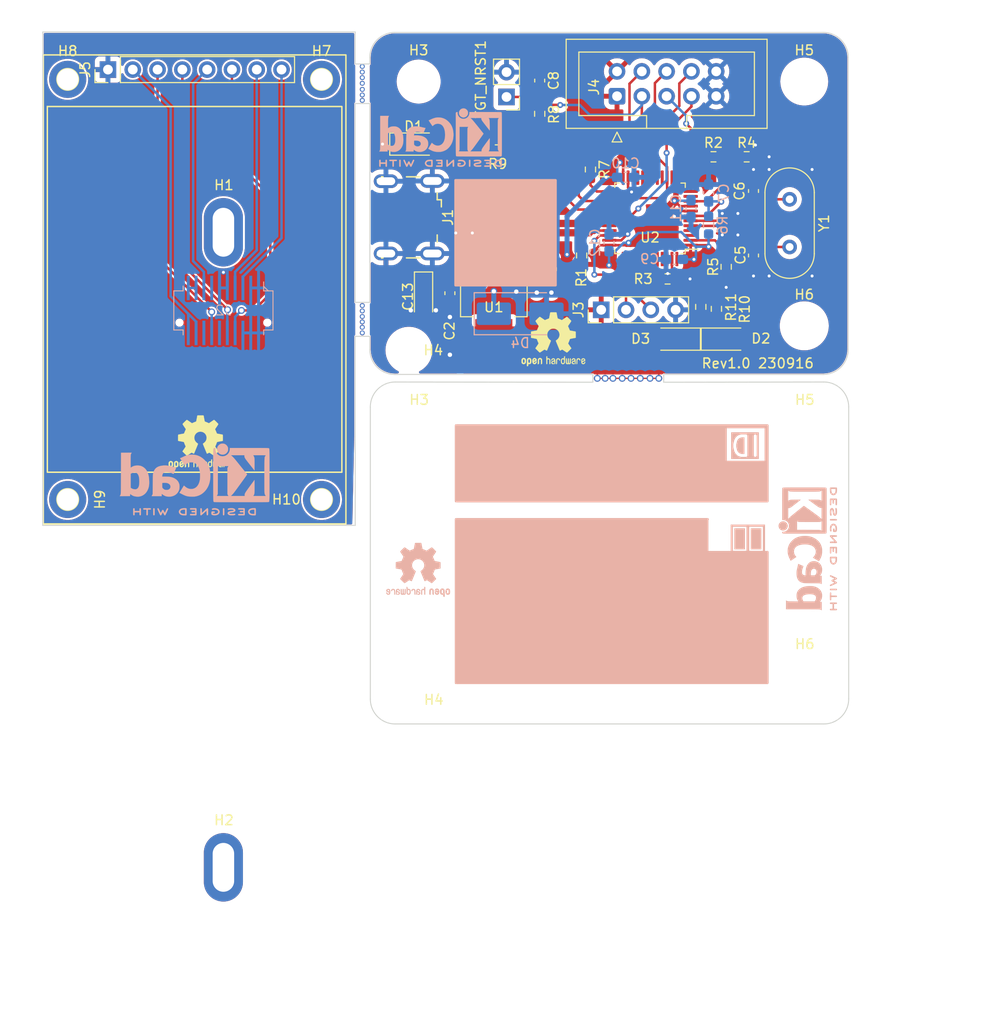
<source format=kicad_pcb>
(kicad_pcb (version 20221018) (generator pcbnew)
  (layers (0 "F.Cu" signal) (31 "B.Cu" signal) (34 "B.Paste" user) (35 "F.Paste" user) (36 "B.SilkS" user "B.Silkscreen") (37 "F.SilkS" user "F.Silkscreen") (38 "B.Mask" user) (39 "F.Mask" user) (44 "Edge.Cuts" user))
  (net 0 "")
  (net 1 "+5V")
  (net 2 "GND")
  (net 3 "VDD")
  (net 6 "/TGT_NRST")
  (net 7 "/TGT_SWDIO")
  (net 8 "/IF_NRST")
  (net 9 "/TGT_RX")
  (net 10 "/TGT_TX")
  (net 11 "/TGT_SWCLK")
  (net 12 "/LED_PWR_RED")
  (net 13 "/TGT_SWO")
  (net 14 "/USB_D-")
  (net 15 "/USB_D+")
  (net 16 "/IF_SWDIO")
  (net 17 "/IF_SWCLK")
  (net 18 "/LED_COM_GREEN")
  (net 19 "/LED_DAP_BLUE")
  (net 20 "Net-(D1-A)")
  (net 21 "Net-(D2-K)")
  (net 22 "Net-(D3-K)")
  (net 23 "Net-(U2-PD0)")
  (net 24 "Net-(U2-PD1)")
  (net 26 "Net-(U2-PA0)")
  (net 27 "Net-(U2-BOOT0)")
  (net 28 "Net-(U2-PC13)")
  (net 29 "Net-(U2-PB12)")
  (net 47 "/Tx6")
  (net 48 "/Rx6")
  (net 49 "/SDA3")
  (net 50 "/SCL3")
  (net 51 "/PC8")
  (net 52 "/MOSI2")
  (net 53 "/MISO2")
  (net 54 "/SCK2")
  (net 55 "/PB12")
  (footprint "MountingHole:MountingHole_2.2mm_M2" (layer "F.Cu") (at 109.5 26.575)
    (fp_text reference "H5")
    (fp_text value "MountingHole")
  )
  (footprint "Resistor_SMD:R_0603_1608Metric_Pad0.98x0.95mm_HandSolder" (layer "F.Cu") (at 78.1 33.575 180)
    (fp_text reference "R9")
    (fp_text value "470")
  )
  (footprint "Resistor_SMD:R_0603_1608Metric_Pad0.98x0.95mm_HandSolder" (layer "F.Cu") (at 100.5 49.8375 -90)
    (fp_text reference "R10")
    (fp_text value "1.5k")
  )
  (footprint "MountingHole:MountingHole_2.2mm_M2" (layer "F.Cu") (at 70 26.575)
    (fp_text reference "H3")
    (fp_text value "MountingHole")
  )
  (footprint "Capacitor_SMD:C_0603_1608Metric_Pad1.08x0.95mm_HandSolder" (layer "F.Cu") (at 73.2 48.2375 90)
    (fp_text reference "C2")
    (fp_text value "100nf")
  )
  (footprint "Connector_IDC:IDC-Header_2x05_P2.54mm_Vertical" (layer "F.Cu") (at 90.32 28.075 90)
    (fp_text reference "J4")
    (fp_text value "Conn_02x05_Odd_Even")
  )
  (footprint "Capacitor_SMD:C_0603_1608Metric_Pad1.08x0.95mm_HandSolder" (layer "F.Cu") (at 104.3 44.375 90)
    (fp_text reference "C5")
    (fp_text value "20pf")
  )
  (footprint "Resistor_SMD:R_0603_1608Metric_Pad0.98x0.95mm_HandSolder" (layer "F.Cu") (at 95.5 46.775 180)
    (fp_text reference "R3")
    (fp_text value "100k")
  )
  (footprint "Connector_PinHeader_2.54mm:PinHeader_1x02_P2.54mm_Vertical" (layer "F.Cu") (at 79 28.15 180)
    (fp_text reference "TGT_NRST1")
    (fp_text value "Conn_01x02_Pin")
  )
  (footprint "Capacitor_SMD:C_0603_1608Metric_Pad1.08x0.95mm_HandSolder" (layer "F.Cu") (at 82.4 26.475 -90)
    (fp_text reference "C8")
    (fp_text value "100nf")
  )
  (footprint "Resistor_SMD:R_0603_1608Metric_Pad0.98x0.95mm_HandSolder" (layer "F.Cu") (at 103.6 34.275)
    (fp_text reference "R4")
    (fp_text value "4.7k")
  )
  (footprint "Package_QFP:LQFP-48_7x7mm_P0.5mm" (layer "F.Cu") (at 93.7 40.575 180)
    (fp_text reference "U2")
    (fp_text value "STM32F103CBTx")
  )
  (footprint "MountingHole:MountingHole_2.2mm_M2" (layer "F.Cu") (at 70.05 62.35)
    (fp_text reference "H3")
    (fp_text value "MountingHole")
  )
  (footprint "Crystal:Crystal_HC49-U_Vertical" (layer "F.Cu") (at 108 38.625 -90)
    (fp_text reference "Y1")
    (fp_text value "8MHz")
  )
  (footprint "Resistor_SMD:R_0603_1608Metric_Pad0.98x0.95mm_HandSolder" (layer "F.Cu") (at 100.2 34.275)
    (fp_text reference "R2")
    (fp_text value "4.7k")
  )
  (footprint "MountingHole:MountingHole_2.2mm_M2" (layer "F.Cu") (at 109.55 87.35)
    (fp_text reference "H6")
    (fp_text value "MountingHole")
  )
  (footprint "MountingHole:MountingHole_2.2mm_M2_DIN965_Pad" (layer "F.Cu") (at 60.05 26.35)
    (fp_text reference "H7")
    (fp_text value "MountingHole_Pad")
  )
  (footprint "MountingHole:MountingHole_2.2mm_M2" (layer "F.Cu") (at 69 54.075)
    (fp_text reference "H4")
    (fp_text value "MountingHole")
  )
  (footprint "MountingHole:MountingHole_2.2mm_M2_DIN965_Pad" (layer "F.Cu") (at 34.05 26.35)
    (fp_text reference "H8")
    (fp_text value "MountingHole_Pad")
  )
  (footprint "MountingHole:MountingHole_2.2mm_M2_DIN965_Pad" (layer "F.Cu") (at 34.05 69.35 90)
    (fp_text reference "H9")
    (fp_text value "MountingHole_Pad")
  )
  (footprint "Resistor_SMD:R_0603_1608Metric_Pad0.98x0.95mm_HandSolder" (layer "F.Cu") (at 82.4 29.875 90)
    (fp_text reference "R8")
    (fp_text value "10k")
  )
  (footprint "MountingHole:MountingHole_2.2mm_M2" (layer "F.Cu") (at 69.05 89.85)
    (fp_text reference "H4")
    (fp_text value "MountingHole")
  )
  (footprint "Capacitor_Tantalum_SMD:CP_EIA-3216-18_Kemet-A_Pad1.58x1.35mm_HandSolder" (layer "F.Cu") (at 70.5 48.55 -90)
    (fp_text reference "C13")
    (fp_text value "10uf")
  )
  (footprint "Resistor_SMD:R_0603_1608Metric_Pad0.98x0.95mm_HandSolder" (layer "F.Cu") (at 86.7 44.375 90)
    (fp_text reference "R1")
    (fp_text value "1.5k")
  )
  (footprint "Jimmy_Library:MountingHole_M2_2.2x5mm_pad" (layer "F.Cu") (at 50 42)
    (fp_text reference "H1")
    (fp_text value "MountingHole_Pad")
  )
  (footprint "MountingHole:MountingHole_2.2mm_M2" (layer "F.Cu") (at 109.5 51.575)
    (fp_text reference "H6")
    (fp_text value "MountingHole")
  )
  (footprint "MountingHole:MountingHole_2.2mm_M2" (layer "F.Cu") (at 109.55 62.35)
    (fp_text reference "H5")
    (fp_text value "MountingHole")
  )
  (footprint "Symbol:OSHW-Logo2_7.3x6mm_SilkScreen" (layer "F.Cu") (at 47.65 63.5)
    (fp_text reference "REF**" hide)
    (fp_text value "OSHW-Logo2_7.3x6mm_SilkScreen" hide)
  )
  (footprint "LED_SMD:LED_1206_3216Metric_Pad1.42x1.75mm_HandSolder" (layer "F.Cu") (at 101.4 52.9375)
    (fp_text reference "D2")
    (fp_text value "LED")
  )
  (footprint "Package_TO_SOT_SMD:SOT-223-3_TabPin2" (layer "F.Cu") (at 77.7 48.7375 -90)
    (fp_text reference "U1")
    (fp_text value "AMS1117-3.3")
  )
  (footprint "Symbol:OSHW-Logo2_7.3x6mm_SilkScreen" (layer "F.Cu") (at 83.8 52.95)
    (fp_text reference "REF**" hide)
    (fp_text value "OSHW-Logo2_7.3x6mm_SilkScreen" hide)
  )
  (footprint "Jimmy_Library:MountingHole_M2_2.2x5mm_pad" (layer "F.Cu") (at 50 107)
    (fp_text reference "H2")
    (fp_text value "MountingHole_Pad")
  )
  (footprint "Resistor_SMD:R_0603_1608Metric_Pad0.98x0.95mm_HandSolder" (layer "F.Cu") (at 101.5 45.5375 -90)
    (fp_text reference "R5")
    (fp_text value "10k")
  )
  (footprint "LED_SMD:LED_1206_3216Metric_Pad1.42x1.75mm_HandSolder" (layer "F.Cu") (at 96.4 52.9375 180)
    (fp_text reference "D3")
    (fp_text value "LED")
  )
  (footprint "LED_SMD:LED_1206_3216Metric_Pad1.42x1.75mm_HandSolder" (layer "F.Cu") (at 69.5 32.975)
    (fp_text reference "D1")
    (fp_text value "LED")
  )
  (footprint "Capacitor_SMD:C_0603_1608Metric_Pad1.08x0.95mm_HandSolder" (layer "F.Cu") (at 104.3 37.775 -90)
    (fp_text reference "C6")
    (fp_text value "20pf")
  )
  (footprint "MountingHole:MountingHole_2.2mm_M2_DIN965_Pad" (layer "F.Cu") (at 60.05 69.35)
    (fp_text reference "H10")
    (fp_text value "MountingHole_Pad")
  )
  (footprint "Capacitor_SMD:C_0603_1608Metric_Pad1.08x0.95mm_HandSolder" (layer "F.Cu") (at 82.1 45.775 90)
    (fp_text reference "C4")
    (fp_text value "10uf")
  )
  (footprint "Resistor_SMD:R_0603_1608Metric_Pad0.98x0.95mm_HandSolder" (layer "F.Cu") (at 87.6 35.575 -90)
    (fp_text reference "R7")
    (fp_text value "100")
  )
  (footprint "Capacitor_SMD:C_0603_1608Metric_Pad1.08x0.95mm_HandSolder" (layer "F.Cu") (at 83.6 45.775 90)
    (fp_text reference "C3")
    (fp_text value "100nf")
  )
  (footprint "Connector_PinHeader_2.54mm:PinHeader_1x04_P2.54mm_Vertical" (layer "F.Cu") (at 88.7 49.9375 90)
    (fp_text reference "J3")
    (fp_text value "Conn_01x04_Pin")
  )
  (footprint "Resistor_SMD:R_0603_1608Metric_Pad0.98x0.95mm_HandSolder" (layer "F.Cu") (at 98.9 49.6375 -90)
    (fp_text reference "R11")
    (fp_text value "470")
  )
  (footprint "Connector_PinHeader_2.54mm:PinHeader_1x08_P2.54mm_Vertical" (layer "F.Cu") (at 38.175 25.35 90)
    (fp_text reference "J5")
    (fp_text value "Conn_01x08_Pin")
  )
  (footprint "Jimmy_Library:USB_Micro-B_4TH" (layer "F.Cu") (at 69.5 40.475 -90)
    (fp_text reference "J1")
    (fp_text value "USB_B_Mini")
  )
  (footprint "Capacitor_SMD:C_0603_1608Metric_Pad1.08x0.95mm_HandSolder" (layer "B.Cu") (at 91.2 36.375 180)
    (fp_text reference "C10")
    (fp_text value "100nf")
  )
  (footprint "Capacitor_SMD:C_0603_1608Metric_Pad1.08x0.95mm_HandSolder" (layer "B.Cu") (at 99.7 37.975 -90)
    (fp_text reference "C7")
    (fp_text value "100nf")
  )
  (footprint "Capacitor_SMD:C_0603_1608Metric_Pad1.08x0.95mm_HandSolder" (layer "B.Cu") (at 89.5 43.075 -90)
    (fp_text reference "C12")
    (fp_text value "100nf")
  )
  (footprint "Diode_SMD:D_SMB_Handsoldering" (layer "B.Cu") (at 80.4 50.3375)
    (fp_text reference "D4")
    (fp_text value "SMBJ3.3A")
  )
  (footprint "Symbol:OSHW-Logo2_7.3x6mm_SilkScreen" (layer "B.Cu") (at 69.95 76.55 180)
    (fp_text reference "REF**" hide)
    (fp_text value "OSHW-Logo2_7.3x6mm_SilkScreen" hide)
  )
  (footprint "Resistor_SMD:R_0603_1608Metric_Pad0.98x0.95mm_HandSolder" (layer "B.Cu") (at 99.7 41.275 90)
    (fp_text reference "R6")
    (fp_text value "10k")
  )
  (footprint "JConnector:BTB_0.8mm_2x10pin_Male" (layer "B.Cu") (at 50 50 180)
    (fp_text reference "J2")
    (fp_text value "Conn_02x10_Counter_Clockwise")
  )
  (footprint "Symbol:KiCad-Logo2_5mm_SilkScreen" (layer "B.Cu") (at 109.85 74.4 -90)
    (fp_text reference "REF**" hide)
    (fp_text value "KiCad-Logo2_5mm_SilkScreen" hide)
  )
  (footprint "Capacitor_SMD:C_0603_1608Metric_Pad1.08x0.95mm_HandSolder" (layer "B.Cu") (at 97.9 39.575 90)
    (fp_text reference "C11")
    (fp_text value "100nf")
  )
  (footprint "Symbol:KiCad-Logo2_5mm_SilkScreen" (layer "B.Cu") (at 72.25 32.3 180)
    (fp_text reference "REF**" hide)
    (fp_text value "KiCad-Logo2_5mm_SilkScreen" hide)
  )
  (footprint "Capacitor_SMD:C_0603_1608Metric_Pad1.08x0.95mm_HandSolder" (layer "B.Cu") (at 96.2 44.775)
    (fp_text reference "C9")
    (fp_text value "100nf")
  )
  (footprint "Symbol:KiCad-Logo2_6mm_SilkScreen" (layer "B.Cu") (at 47.057486 66.604848 180)
    (fp_text reference "REF**" hide)
    (fp_text value "KiCad-Logo2_6mm_SilkScreen" hide)
  )
  (gr_circle (center 60.05 26.35) (end 61.15 26.35) (stroke (width 0.15)) (fill none) (layer "F.SilkS"))
  (gr_circle (center 34.05 26.35) (end 35.15 26.35) (stroke (width 0.15)) (fill none) (layer "F.SilkS"))
  (gr_circle (center 34.05 69.35) (end 35.15 69.35) (stroke (width 0.15)) (fill none) (layer "F.SilkS"))
  (gr_circle (center 60.05 69.35) (end 61.15 69.35) (stroke (width 0.15)) (fill none) (layer "F.SilkS"))
  (gr_rect (start 31.55 23.85) (end 62.55 71.85) (stroke (width 0.15)) (fill none) (layer "F.SilkS"))
  (gr_rect (start 31.965 29.13) (end 62.135 66.56) (stroke (width 0.15)) (fill none) (layer "F.SilkS"))
  (gr_line (start 63.5 24.775) (end 63.5 21.5) (stroke (width 0.1)) (layer "Edge.Cuts"))
  (gr_arc (start 111.424501 21.550127) (mid 113.244085 22.287885) (end 114 24.1) (stroke (width 0.1)) (layer "Edge.Cuts"))
  (gr_line (start 65 28.825) (end 65 49.175) (stroke (width 0.1)) (layer "Edge.Cuts"))
  (gr_line (start 31.5 21.5) (end 63.5 21.5) (stroke (width 0.1)) (layer "Edge.Cuts"))
  (gr_arc (start 67.575499 56.549873) (mid 65.755915 55.812115) (end 65 54) (stroke (width 0.1)) (layer "Edge.Cuts"))
  (gr_line (start 114 24.1) (end 113.999873 53.974501) (stroke (width 0.1)) (layer "Edge.Cuts"))
  (gr_line (start 63.5 49.175) (end 63.5 28.825) (stroke (width 0.1)) (layer "Edge.Cuts"))
  (gr_arc (start 111.474501 57.325127) (mid 113.294085 58.062885) (end 114.05 59.875) (stroke (width 0.1)) (layer "Edge.Cuts"))
  (gr_line (start 114.05 59.875) (end 114.049873 89.749501) (stroke (width 0.1)) (layer "Edge.Cuts"))
  (gr_line (start 31.5 72) (end 31.5 21.5) (stroke (width 0.1)) (layer "Edge.Cuts"))
  (gr_line (start 63.5 72) (end 31.5 72) (stroke (width 0.1)) (layer "Edge.Cuts"))
  (gr_arc (start 113.999873 53.974501) (mid 113.262115 55.794085) (end 111.45 56.55) (stroke (width 0.1)) (layer "Edge.Cuts"))
  (gr_line (start 111.45 56.55) (end 95.1 56.55) (stroke (width 0.1)) (layer "Edge.Cuts"))
  (gr_line (start 87.85 56.55) (end 67.575499 56.549873) (stroke (width 0.1)) (layer "Edge.Cuts"))
  (gr_line (start 63.5 49.175) (end 65 49.175) (stroke (width 0.1)) (layer "Edge.Cuts"))
  (gr_arc (start 67.625499 92.324873) (mid 65.805915 91.587115) (end 65.05 89.775) (stroke (width 0.1)) (layer "Edge.Cuts"))
  (gr_line (start 87.85 56.55) (end 87.85 57.35) (stroke (width 0.1)) (layer "Edge.Cuts"))
  (gr_arc (start 65.050127 59.900499) (mid 65.787885 58.080915) (end 67.6 57.325) (stroke (width 0.1)) (layer "Edge.Cuts"))
  (gr_line (start 63.5 72) (end 63.5 52.65) (stroke (width 0.1)) (layer "Edge.Cuts"))
  (gr_line (start 65.050127 59.900499) (end 65.05 89.775) (stroke (width 0.1)) (layer "Edge.Cuts"))
  (gr_line (start 63.5 28.825) (end 65 28.825) (stroke (width 0.1)) (layer "Edge.Cuts"))
  (gr_line (start 95.1 56.55) (end 95.1 57.35) (stroke (width 0.1)) (layer "Edge.Cuts"))
  (gr_line (start 67.55 21.55) (end 111.424501 21.550127) (stroke (width 0.1)) (layer "Edge.Cuts"))
  (gr_line (start 65 52.65) (end 65 54) (stroke (width 0.1)) (layer "Edge.Cuts"))
  (gr_arc (start 65.000127 24.125499) (mid 65.737885 22.305915) (end 67.55 21.55) (stroke (width 0.1)) (layer "Edge.Cuts"))
  (gr_arc (start 114.049873 89.749501) (mid 113.312115 91.569085) (end 111.5 92.325) (stroke (width 0.1)) (layer "Edge.Cuts"))
  (gr_line (start 111.5 92.325) (end 67.625499 92.324873) (stroke (width 0.1)) (layer "Edge.Cuts"))
  (gr_line (start 65.000127 24.125499) (end 65 24.775) (stroke (width 0.1)) (layer "Edge.Cuts"))
  (gr_line (start 63.5 24.775) (end 65 24.775) (stroke (width 0.1)) (layer "Edge.Cuts"))
  (gr_line (start 63.5 52.65) (end 65 52.65) (stroke (width 0.1)) (layer "Edge.Cuts"))
  (gr_line (start 67.6 57.325) (end 87.85 57.35) (stroke (width 0.1)) (layer "Edge.Cuts"))
  (gr_line (start 95.1 57.35) (end 111.474501 57.325127) (stroke (width 0.1)) (layer "Edge.Cuts"))
  (gr_text "备注" (at 105.4 74.45) (layer "B.SilkS" knockout) (effects (font (size 2 2)) (justify left bottom mirror)))
  (gr_text "ID" (at 105.15 65.1) (layer "B.SilkS" knockout) (effects (font (size 2 2) (thickness 0.3)) (justify left bottom mirror)))
  (gr_text "Rev1.0 230916" (at 98.9 56) (layer "F.SilkS") (effects (font (size 1 1)) (justify left bottom)))
  (via (at 64.225 50.625) (size 0.5) (drill 0.3) (layers "F.Cu" "B.Cu") (net 0))
  (via (at 64.225 25.6) (size 0.5) (drill 0.3) (layers "F.Cu" "B.Cu") (net 0))
  (via (at 64.225 26.175) (size 0.5) (drill 0.3) (layers "F.Cu" "B.Cu") (net 0))
  (via (at 64.225 27.95) (size 0.5) (drill 0.3) (layers "F.Cu" "B.Cu") (net 0))
  (via (at 64.225 49.5) (size 0.5) (drill 0.3) (layers "F.Cu" "B.Cu") (net 0))
  (via (at 64.225 25.025) (size 0.5) (drill 0.3) (layers "F.Cu" "B.Cu") (net 0))
  (via (at 64.225 51.175) (size 0.5) (drill 0.3) (layers "F.Cu" "B.Cu") (net 0))
  (via (at 64.225 28.5) (size 0.5) (drill 0.3) (layers "F.Cu" "B.Cu") (net 0))
  (via (at 64.225 27.375) (size 0.5) (drill 0.3) (layers "F.Cu" "B.Cu") (net 0))
  (via (at 64.225 51.725) (size 0.5) (drill 0.3) (layers "F.Cu" "B.Cu") (net 0))
  (via (at 64.225 26.75) (size 0.5) (drill 0.3) (layers "F.Cu" "B.Cu") (net 0))
  (via (at 64.225 52.3005) (size 0.5) (drill 0.3) (layers "F.Cu" "B.Cu") (net 0))
  (via (at 64.225 50.05) (size 0.5) (drill 0.3) (layers "F.Cu" "B.Cu") (net 0))
  (segment (start 69 39.475) (end 69 45.6125) (width 0.508) (layer "F.Cu") (net 1))
  (segment (start 73.2 47.375) (end 74.45 46.125) (width 0.508) (layer "F.Cu") (net 1))
  (segment (start 70.5 47.1125) (end 72.0125 47.1125) (width 0.508) (layer "F.Cu") (net 1))
  (segment (start 72.0125 47.1125) (end 72.275 47.375) (width 0.508) (layer "F.Cu") (net 1))
  (segment (start 69.6 38.875) (end 69 39.475) (width 0.508) (layer "F.Cu") (net 1))
  (segment (start 74.45 46.125) (end 75.4 46.125) (width 0.508) (layer "F.Cu") (net 1))
  (segment (start 72.275 47.375) (end 73.2 47.375) (width 0.508) (layer "F.Cu") (net 1))
  (segment (start 69 45.6125) (end 70.7625 47.375) (width 0.508) (layer "F.Cu") (net 1))
  (segment (start 71.4 38.875) (end 69.6 38.875) (width 0.508) (layer "F.Cu") (net 1))
  (segment (start 46.4 47.7) (end 47.2 47.7) (width 0.254) (layer "B.Cu") (net 1))
  (segment (start 92.927 37.648) (end 92.7 37.875) (width 0.254) (layer "F.Cu") (net 2))
  (segment (start 73.8 42.075) (end 75.5 42.075) (width 0.508) (layer "F.Cu") (net 2))
  (segment (start 80 48.075) (end 80 45.5875) (width 0.508) (layer "F.Cu") (net 2))
  (segment (start 91.45 36.4125) (end 91.45 37.431217) (width 0.254) (layer "F.Cu") (net 2))
  (segment (start 83.6 46.6375) (end 83.6 48.175) (width 0.508) (layer "F.Cu") (net 2))
  (segment (start 71.4 42.075) (end 73.8 42.075) (width 0.508) (layer "F.Cu") (net 2))
  (segment (start 80.75 45.5875) (end 81.8 46.6375) (width 0.508) (layer "F.Cu") (net 2))
  (segment (start 71.4 42.075) (end 71.4 44.175) (width 0.508) (layer "F.Cu") (net 2))
  (segment (start 71.7625 49.9875) (end 70.5 49.9875) (width 0.508) (layer "F.Cu") (net 2))
  (segment (start 92.927 36.4355) (end 92.927 37.648) (width 0.254) (layer "F.Cu") (net 2))
  (segment (start 104.3 45.2375) (end 104.3 46.475) (width 0.254) (layer "F.Cu") (net 2))
  (segment (start 91.4 42.175) (end 90.75 42.825) (width 0.254) (layer "F.Cu") (net 2))
  (segment (start 82.1 46.6375) (end 82.1 48.175) (width 0.508) (layer "F.Cu") (net 2))
  (segment (start 79 25.61) (end 82.3975 25.61) (width 0.254) (layer "F.Cu") (net 2))
  (segment (start 104.5125 34.275) (end 105.9 34.275) (width 0.254) (layer "F.Cu") (net 2))
  (segment (start 96.75 39.825) (end 97.8625 39.825) (width 0.254) (layer "F.Cu") (net 2))
  (segment (start 91.45 37.431217) (end 91.809503 37.79072) (width 0.254) (layer "F.Cu") (net 2))
  (segment (start 104.3 36.9125) (end 104.3 35.575) (width 0.254) (layer "F.Cu") (net 2))
  (segment (start 83.6 46.6375) (end 82.1 46.6375) (width 0.508) (layer "F.Cu") (net 2))
  (segment (start 68.0125 32.975) (end 66.3 32.975) (width 0.508) (layer "F.Cu") (net 2))
  (segment (start 104.5125 34.275) (end 104.5125 33.0875) (width 0.254) (layer "F.Cu") (net 2))
  (segment (start 90.75 42.825) (end 89.5375 42.825) (width 0.254) (layer "F.Cu") (net 2))
  (segment (start 73.2 49.1) (end 73.2 50.675) (width 0.508) (layer "F.Cu") (net 2))
  (segment (start 95.95 44.7375) (end 95.95 45.783607) (width 0.254) (layer "F.Cu") (net 2))
  (segment (start 95.95 45.783607) (end 95.509888 46.223719) (width 0.254) (layer "F.Cu") (net 2))
  (segment (start 92.7 37.875) (end 91.809503 37.875) (width 0.254) (layer "F.Cu") (net 2))
  (segment (start 96.4125 46.775) (end 97.8 46.775) (width 0.254) (layer "F.Cu") (net 2))
  (segment (start 96.2 40.375) (end 96.75 39.825) (width 0.254) (layer "F.Cu") (net 2))
  (segment (start 69.2 49.9875) (end 70.5 49.9875) (width 0.508) (layer "F.Cu") (net 2))
  (segment (start 80 45.5875) (end 80.75 45.5875) (width 0.508) (layer "F.Cu") (net 2))
  (segment (start 104.5125 33.0875) (end 104.5 33.075) (width 0.254) (layer "F.Cu") (net 2))
  (segment (start 81.8 46.6375) (end 82.1 46.6375) (width 0.508) (layer "F.Cu") (net 2))
  (segment (start 91.809503 37.79072) (end 91.809503 37.875) (width 0.254) (layer "F.Cu") (net 2))
  (segment (start 101.5 46.45) (end 101.5 47.6375) (width 0.254) (layer "F.Cu") (net 2))
  (segment (start 96.061169 46.775) (end 95.509888 46.223719) (width 0.254) (layer "F.Cu") (net 2))
  (via (at 102.7 40.075) (size 0.61) (drill 0.305) (layers "F.Cu" "B.Cu") (net 2))
  (via (at 73.8 42.075) (size 0.61) (drill 0.305) (layers "F.Cu" "B.Cu") (net 2))
  (via (at 101.1 42.275) (size 0.61) (drill 0.305) (layers "F.Cu" "B.Cu") (net 2))
  (via (at 73.2 54.5375) (size 0.7) (drill 0.45) (layers "F.Cu" "B.Cu") (net 2))
  (via (at 96.2 40.375) (size 0.61) (drill 0.305) (layers "F.Cu" "B.Cu") (net 2))
  (via (at 95.509888 46.223719) (size 0.61) (drill 0.305) (layers "F.Cu" "B.Cu") (net 2))
  (via (at 75.5 42.075) (size 0.61) (drill 0.305) (layers "F.Cu" "B.Cu") (net 2))
  (via (at 104.3 46.475) (size 0.61) (drill 0.305) (layers "F.Cu" "B.Cu") (net 2))
  (via (at 101.5 47.6375) (size 0.61) (drill 0.305) (layers "F.Cu" "B.Cu") (net 2))
  (via (at 110.3 35.575) (size 0.61) (drill 0.305) (layers "F.Cu" "B.Cu") (net 2))
  (via (at 91.4 42.175) (size 0.61) (drill 0.305) (layers "F.Cu" "B.Cu") (net 2))
  (via (at 105.9 35.575) (size 0.61) (drill 0.305) (layers "F.Cu" "B.Cu") (net 2))
  (via (at 71.7625 49.9875) (size 0.7) (drill 0.45) (layers "F.Cu" "B.Cu") (net 2))
  (via (at 110.3 46.475) (size 0.61) (drill 0.305) (layers "F.Cu" "B.Cu") (net 2))
  (via (at 69.2 49.9875) (size 0.7) (drill 0.45) (layers "F.Cu" "B.Cu") (net 2))
  (via (at 82.1 48.175) (size 0.7) (drill 0.45) (layers "F.Cu" "B.Cu") (net 2))
  (via (at 73.2 50.675) (size 0.7) (drill 0.45) (layers "F.Cu" "B.Cu") (net 2))
  (via (at 101.1 40.075) (size 0.61) (drill 0.305) (layers "F.Cu" "B.Cu") (net 2))
  (via (at 91.809503 37.875) (size 0.61) (drill 0.305) (layers "F.Cu" "B.Cu") (net 2))
  (via (at 105.9 34.275) (size 0.61) (drill 0.305) (layers "F.Cu" "B.Cu") (net 2))
  (via (at 104.5 33.075) (size 0.61) (drill 0.305) (layers "F.Cu" "B.Cu") (net 2))
  (via (at 50 46.1) (size 0.5) (drill 0.3) (layers "F.Cu" "B.Cu") (net 2))
  (via (at 80 48.075) (size 0.7) (drill 0.45) (layers "F.Cu" "B.Cu") (net 2))
  (via (at 83.6 48.175) (size 0.7) (drill 0.45) (layers "F.Cu" "B.Cu") (net 2))
  (via (at 66.3 32.975) (size 0.61) (drill 0.305) (layers "F.Cu" "B.Cu") (net 2))
  (via (at 104.3 35.575) (size 0.61) (drill 0.305) (layers "F.Cu" "B.Cu") (net 2))
  (via (at 102.7 42.275) (size 0.61) (drill 0.305) (layers "F.Cu" "B.Cu") (net 2))
  (via (at 97.8 46.775) (size 0.61) (drill 0.305) (layers "F.Cu" "B.Cu") (net 2))
  (via (at 105.9 46.475) (size 0.61) (drill 0.305) (layers "F.Cu" "B.Cu") (net 2))
  (segment (start 95.509888 46.223719) (end 95.3375 46.051331) (width 0.254) (layer "B.Cu") (net 2))
  (segment (start 96.2 40.375) (end 96.2625 40.4375) (width 0.254) (layer "B.Cu") (net 2))
  (segment (start 91.3625 42.2125) (end 89.5 42.2125) (width 0.254) (layer "B.Cu") (net 2))
  (segment (start 95.3375 46.051331) (end 95.3375 44.775) (width 0.254) (layer "B.Cu") (net 2))
  (segment (start 96.2625 40.4375) (end 97.9 40.4375) (width 0.254) (layer "B.Cu") (net 2))
  (segment (start 91.809503 37.875) (end 92.0625 37.622003) (width 0.254) (layer "B.Cu") (net 2))
  (segment (start 92.0625 37.622003) (end 92.0625 36.375) (width 0.254) (layer "B.Cu") (net 2))
  (segment (start 91.4 42.175) (end 91.3625 42.2125) (width 0.254) (layer "B.Cu") (net 2))
  (segment (start 90.95 35.2) (end 90.95 36.4125) (width 0.254) (layer "F.Cu") (net 3))
  (segment (start 96.45 44.7375) (end 98.1625 44.7375) (width 0.254) (layer "F.Cu") (net 3))
  (segment (start 77.7 45.5875) (end 77.7 48.0375) (width 0.508) (layer "F.Cu") (net 3))
  (segment (start 88.3 56.95) (end 88.3 56.1) (width 0.127) (layer "F.Cu") (net 3))
  (segment (start 90.95 36.4125) (end 89.2375 36.4125) (width 0.254) (layer "F.Cu") (net 3))
  (segment (start 97.8625 43.325) (end 97.8625 43.9125) (width 0.254) (layer "F.Cu") (net 3))
  (segment (start 97.8625 43.325) (end 95.55 43.325) (width 0.254) (layer "F.Cu") (net 3))
  (segment (start 88.55 43.325) (end 88.1 43.775) (width 0.254) (layer "F.Cu") (net 3))
  (segment (start 98.1625 44.7375) (end 98.2 44.775) (width 0.254) (layer "F.Cu") (net 3))
  (segment (start 96.75 39.325) (end 96.2 38.775) (width 0.254) (layer "F.Cu") (net 3))
  (segment (start 99.55 43.325) (end 99.7 43.475) (width 0.254) (layer "F.Cu") (net 3))
  (segment (start 97.8625 39.325) (end 96.75 39.325) (width 0.254) (layer "F.Cu") (net 3))
  (segment (start 89.5375 43.325) (end 91.25 43.325) (width 0.254) (layer "F.Cu") (net 3))
  (segment (start 97.8625 43.9125) (end 97.8 43.975) (width 0.254) (layer "F.Cu") (net 3))
  (segment (start 94.6 56.95) (end 94.6 56.2) (width 0.127) (layer "F.Cu") (net 3))
  (segment (start 89.5375 43.325) (end 88.55 43.325) (width 0.254) (layer "F.Cu") (net 3))
  (segment (start 85.1 44.375) (end 85.2 44.275) (width 0.508) (layer "F.Cu") (net 3))
  (segment (start 97.8625 43.325) (end 99.55 43.325) (width 0.254) (layer "F.Cu") (net 3))
  (segment (start 90.6125 34.8625) (end 90.95 35.2) (width 0.254) (layer "F.Cu") (net 3))
  (segment (start 89.5375 43.325) (end 89.5375 43.875) (width 0.254) (layer "F.Cu") (net 3))
  (segment (start 95.55 43.325) (end 95.5 43.275) (width 0.254) (layer "F.Cu") (net 3))
  (segment (start 91.25 43.325) (end 91.5 43.075) (width 0.254) (layer "F.Cu") (net 3))
  (segment (start 88.3 56.95) (end 94.6 56.95) (width 0.127) (layer "F.Cu") (net 3))
  (segment (start 85.1 45.675) (end 85.1 44.375) (width 0.508) (layer "F.Cu") (net 3))
  (segment (start 88.1 43.775) (end 88.1 44.275) (width 0.254) (layer "F.Cu") (net 3))
  (segment (start 89.2375 36.4125) (end 89.2 36.375) (width 0.254) (layer "F.Cu") (net 3))
  (via (at 93.7 56.95) (size 0.7) (drill 0.45) (layers "F.Cu" "B.Cu") (net 3))
  (via (at 98.2 44.775) (size 0.61) (drill 0.305) (layers "F.Cu" "B.Cu") (net 3))
  (via (at 77.7 48.0375) (size 0.7) (drill 0.45) (layers "F.Cu" "B.Cu") (net 3))
  (via (at 99.7 43.475) (size 0.61) (drill 0.305) (layers "F.Cu" "B.Cu") (net 3))
  (via (at 91.75 56.95) (size 0.7) (drill 0.45) (layers "F.Cu" "B.Cu") (net 3))
  (via (at 91.5 43.075) (size 0.61) (drill 0.305) (layers "F.Cu" "B.Cu") (net 3))
  (via (at 92.7 56.95) (size 0.7) (drill 0.45) (layers "F.Cu" "B.Cu") (net 3))
  (via (at 90.85 56.95) (size 0.7) (drill 0.45) (layers "F.Cu" "B.Cu") (net 3))
  (via (at 89.5 45.375) (size 0.61) (drill 0.305) (layers "F.Cu" "B.Cu") (net 3))
  (via (at 89.1 56.95) (size 0.7) (drill 0.45) (layers "F.Cu" "B.Cu") (net 3))
  (via (at 96.2 38.775) (size 0.61) (drill 0.305) (layers "F.Cu" "B.Cu") (net 3))
  (via (at 89.2 36.375) (size 0.61) (drill 0.305) (layers "F.Cu" "B.Cu") (net 3))
  (via (at 85.2 44.275) (size 0.61) (drill 0.305) (layers "F.Cu" "B.Cu") (net 3))
  (via (at 90.6125 34.8625) (size 0.61) (drill 0.305) (layers "F.Cu" "B.Cu") (net 3))
  (via (at 94.6 56.95) (size 0.7) (drill 0.45) (layers "F.Cu" "B.Cu") (net 3))
  (via (at 89.9 56.95) (size 0.7) (drill 0.45) (layers "F.Cu" "B.Cu") (net 3))
  (via (at 88.3 56.95) (size 0.7) (drill 0.45) (layers "F.Cu" "B.Cu") (net 3))
  (segment (start 90.1375 43.9375) (end 89.5 43.9375) (width 0.254) (layer "B.Cu") (net 3))
  (segment (start 44.6 29.235) (end 40.715 25.35) (width 0.254) (layer "B.Cu") (net 3))
  (segment (start 96.2 38.775) (end 97.8375 38.775) (width 0.254) (layer "B.Cu") (net 3))
  (segment (start 93.3 42.075) (end 93.4 41.975) (width 0.254) (layer "B.Cu") (net 3))
  (segment (start 44.6 48.55) (end 44.6 29.235) (width 0.254) (layer "B.Cu") (net 3))
  (segment (start 85.2 44.275) (end 85.2 40.375) (width 0.508) (layer "B.Cu") (net 3))
  (segment (start 46.4 51.5) (end 46.4 50.35) (width 0.254) (layer "B.Cu") (net 3))
  (segment (start 98.4 43.475) (end 98.4 44.575) (width 0.254) (layer "B.Cu") (net 3))
  (segment (start 85.2 40.375) (end 89.2 36.375) (width 0.508) (layer "B.Cu") (net 3))
  (segment (start 90.3375 35.1375) (end 90.3375 36.375) (width 0.254) (layer "B.Cu") (net 3))
  (segment (start 46.4 52.3) (end 46.4 50.35) (width 0.254) (layer "B.Cu") (net 3))
  (segment (start 91.5 43.075) (end 92.5 42.075) (width 0.254) (layer "B.Cu") (net 3))
  (segment (start 90.3375 36.375) (end 89.2 36.375) (width 0.254) (layer "B.Cu") (net 3))
  (segment (start 47.2 51.15) (end 46.4 50.35) (width 0.254) (layer "B.Cu") (net 3))
  (segment (start 90.6125 34.8625) (end 90.3375 35.1375) (width 0.254) (layer "B.Cu") (net 3))
  (segment (start 47.2 52.3) (end 47.2 51.15) (width 0.254) (layer "B.Cu") (net 3))
  (segment (start 77.7 48.0375) (end 77.7 50.3375) (width 0.508) (layer "B.Cu") (net 3))
  (segment (start 98.4 44.575) (end 98.2 44.775) (width 0.254) (layer "B.Cu") (net 3))
  (segment (start 46.4 50.35) (end 44.6 48.55) (width 0.254) (layer "B.Cu") (net 3))
  (segment (start 97.0625 44.775) (end 98.2 44.775) (width 0.254) (layer "B.Cu") (net 3))
  (segment (start 92.5 42.075) (end 93.3 42.075) (width 0.254) (layer "B.Cu") (net 3))
  (segment (start 91 37.0375) (end 90.3375 36.375) (width 0.254) (layer "B.Cu") (net 3))
  (segment (start 91.5 43.075) (end 91 43.075) (width 0.254) (layer "B.Cu") (net 3))
  (segment (start 93.4 41.975) (end 96.9 41.975) (width 0.254) (layer "B.Cu") (net 3))
  (segment (start 89.5 43.9375) (end 89.5 45.375) (width 0.254) (layer "B.Cu") (net 3))
  (segment (start 98.4 43.475) (end 99.7 43.475) (width 0.254) (layer "B.Cu") (net 3))
  (segment (start 91 43.075) (end 90.1375 43.9375) (width 0.254) (layer "B.Cu") (net 3))
  (segment (start 99.7 42.1875) (end 99.7 43.475) (width 0.254) (layer "B.Cu") (net 3))
  (segment (start 96.9 41.975) (end 98.4 43.475) (width 0.254) (layer "B.Cu") (net 3))
  (segment (start 92.86 33.935) (end 92.86 28.075) (width 0.254) (layer "F.Cu") (net 6))
  (segment (start 84.4875 28.9625) (end 84.5 28.975) (width 0.254) (layer "F.Cu") (net 6))
  (segment (start 80.525 28.15) (end 81.3375 27.3375) (width 0.254) (layer "F.Cu") (net 6))
  (segment (start 93.95 36.4125) (end 93.95 35.025) (width 0.254) (layer "F.Cu") (net 6))
  (segment (start 93.95 35.025) (end 92.86 33.935) (width 0.254) (layer "F.Cu") (net 6))
  (segment (start 82.4 28.9625) (end 84.4875 28.9625) (width 0.254) (layer "F.Cu") (net 6))
  (segment (start 82.4 27.3375) (end 82.4 28.9625) (width 0.254) (layer "F.Cu") (net 6))
  (segment (start 81.3375 27.3375) (end 82.4 27.3375) (width 0.254) (layer "F.Cu") (net 6))
  (segment (start 79 28.15) (end 80.525 28.15) (width 0.254) (layer "F.Cu") (net 6))
  (via (at 84.5 28.975) (size 0.61) (drill 0.305) (layers "F.Cu" "B.Cu") (net 6))
  (segment (start 91.9 29.975) (end 92.86 29.015) (width 0.254) (layer "B.Cu") (net 6))
  (segment (start 84.5 28.975) (end 86.5 28.975) (width 0.254) (layer "B.Cu") (net 6))
  (segment (start 86.5 28.975) (end 87.5 29.975) (width 0.254) (layer "B.Cu") (net 6))
  (segment (start 87.5 29.975) (end 91.9 29.975) (width 0.254) (layer "B.Cu") (net 6))
  (segment (start 92.86 29.015) (end 92.86 28.075) (width 0.254) (layer "B.Cu") (net 6))
  (segment (start 87.6 34.6625) (end 89.0125 34.6625) (width 0.254) (layer "F.Cu") (net 7))
  (segment (start 86.4 34.875) (end 86.6125 34.6625) (width 0.254) (layer "F.Cu") (net 7))
  (segment (start 89.0125 34.6625) (end 91.6 32.075) (width 0.254) (layer "F.Cu") (net 7))
  (segment (start 91.6 32.075) (end 91.6 26.795) (width 0.254) (layer "F.Cu") (net 7))
  (segment (start 89.5145 38.802) (end 86.927 38.802) (width 0.254) (layer "F.Cu") (net 7))
  (segment (start 86.6125 34.6625) (end 87.6 34.6625) (width 0.254) (layer "F.Cu") (net 7))
  (segment (start 86.927 38.802) (end 86.4 38.275) (width 0.254) (layer "F.Cu") (net 7))
  (segment (start 91.6 26.795) (end 92.86 25.535) (width 0.254) (layer "F.Cu") (net 7))
  (segment (start 86.4 38.275) (end 86.4 34.875) (width 0.254) (layer "F.Cu") (net 7))
  (segment (start 101 38.875) (end 99.55 40.325) (width 0.254) (layer "F.Cu") (net 8))
  (segment (start 99.55 40.325) (end 97.8625 40.325) (width 0.254) (layer "F.Cu") (net 8))
  (via (at 101 38.875) (size 0.61) (drill 0.305) (layers "F.Cu" "B.Cu") (net 8))
  (segment (start 100.9625 38.8375) (end 99.7 38.8375) (width 0.254) (layer "B.Cu") (net 8))
  (segment (start 99.7 38.8375) (end 99.7 40.3625) (width 0.254) (layer "B.Cu") (net 8))
  (segment (start 101 38.875) (end 100.9625 38.8375) (width 0.254) (layer "B.Cu") (net 8))
  (segment (start 97.8625 31.3375) (end 97.4 30.875) (width 0.254) (layer "F.Cu") (net 9))
  (segment (start 97.8625 37.825) (end 97.8625 31.3375) (width 0.254) (layer "F.Cu") (net 9))
  (via (at 97.4 30.875) (size 0.61) (drill 0.305) (layers "F.Cu" "B.Cu") (net 9))
  (segment (start 97.4 30.875) (end 97.4 30.075) (width 0.254) (layer "B.Cu") (net 9))
  (segment (start 97.4 30.075) (end 95.4 28.075) (width 0.254) (layer "B.Cu") (net 9))
  (segment (start 96.45 36.4125) (end 96.45 30.625) (width 0.254) (layer "F.Cu") (net 10))
  (segment (start 96.45 30.625) (end 97.94 29.135) (width 0.254) (layer "F.Cu") (net 10))
  (segment (start 97.94 29.135) (end 97.94 28.075) (width 0.254) (layer "F.Cu") (net 10))
  (segment (start 91.032 38.507) (end 95.068 38.507) (width 0.254) (layer "F.Cu") (net 11))
  (segment (start 89.5375 38.325) (end 90.85 38.325) (width 0.254) (layer "F.Cu") (net 11))
  (segment (start 95.068 38.507) (end 95.45 38.125) (width 0.254) (layer "F.Cu") (net 11))
  (segment (start 94.2 34.075) (end 94.2 26.735) (width 0.254) (layer "F.Cu") (net 11))
  (segment (start 94.2 26.735) (end 95.4 25.535) (width 0.254) (layer "F.Cu") (net 11))
  (segment (start 95.45 36.4125) (end 95.45 35.325) (width 0.254) (layer "F.Cu") (net 11))
  (segment (start 90.85 38.325) (end 91.032 38.507) (width 0.254) (layer "F.Cu") (net 11))
  (segment (start 95.45 35.325) (end 94.2 34.075) (width 0.254) (layer "F.Cu") (net 11))
  (segment (start 95.45 38.125) (end 95.45 36.4125) (width 0.254) (layer "F.Cu") (net 11))
  (segment (start 84.6 37.975) (end 86.3 39.675) (width 0.254) (layer "F.Cu") (net 12))
  (segment (start 79.0125 33.575) (end 83.2 33.575) (width 0.254) (layer "F.Cu") (net 12))
  (segment (start 84.6 34.975) (end 84.6 37.975) (width 0.254) (layer "F.Cu") (net 12))
  (segment (start 88.15 40.325) (end 89.5375 40.325) (width 0.254) (layer "F.Cu") (net 12))
  (segment (start 87.5 39.675) (end 88.15 40.325) (width 0.254) (layer "F.Cu") (net 12))
  (segment (start 86.3 39.675) (end 87.5 39.675) (width 0.254) (layer "F.Cu") (net 12))
  (segment (start 83.2 33.575) (end 84.6 34.975) (width 0.254) (layer "F.Cu") (net 12))
  (segment (start 95.4 30.375) (end 96.7 29.075) (width 0.254) (layer "F.Cu") (net 13))
  (segment (start 92.5 39.575) (end 91.25 40.825) (width 0.254) (layer "F.Cu") (net 13))
  (segment (start 96.7 26.775) (end 97.94 25.535) (width 0.254) (layer "F.Cu") (net 13))
  (segment (start 96.7 29.075) (end 96.7 26.775) (width 0.254) (layer "F.Cu") (net 13))
  (segment (start 95.4 33.875) (end 95.4 30.375) (width 0.254) (layer "F.Cu") (net 13))
  (segment (start 91.25 40.825) (end 89.5375 40.825) (width 0.254) (layer "F.Cu") (net 13))
  (via (at 92.5 39.575) (size 0.61) (drill 0.305) (layers "F.Cu" "B.Cu") (net 13))
  (via (at 95.4 33.875) (size 0.61) (drill 0.305) (layers "F.Cu" "B.Cu") (net 13))
  (segment (start 95.4 36.675) (end 95.4 33.875) (width 0.254) (layer "B.Cu") (net 13))
  (segment (start 92.5 39.575) (end 95.4 36.675) (width 0.254) (layer "B.Cu") (net 13))
  (segment (start 71.4 39.675) (end 73.32215 39.675) (width 0.254) (layer "F.Cu") (net 14))
  (segment (start 82.075782 39.575) (end 73.42215 39.575) (width 0.7457) (layer "F.Cu") (net 14))
  (segment (start 73.32215 39.675) (end 73.4 39.59715) (width 0.254) (layer "F.Cu") (net 14))
  (segment (start 87.5 41.09715) (end 87.97215 41.09715) (width 0.254) (layer "F.Cu") (net 14))
  (segment (start 87.97215 41.09715) (end 88.2 41.325) (width 0.254) (layer "F.Cu") (net 14))
  (segment (start 83.597932 41.09715) (end 82.075782 39.575) (width 0.7457) (layer "F.Cu") (net 14))
  (segment (start 88.2 41.325) (end 89.5375 41.325) (width 0.254) (layer "F.Cu") (net 14))
  (segment (start 73.42215 39.575) (end 73.4 39.59715) (width 0.7457) (layer "F.Cu") (net 14))
  (segment (start 87.5 41.09715) (end 83.597932 41.09715) (width 0.7457) (layer "F.Cu") (net 14))
  (segment (start 86.8 42.05285) (end 86.7 42.15285) (width 0.254) (layer "F.Cu") (net 15))
  (segment (start 87.5 42.05285) (end 83.202068 42.05285) (width 0.7457) (layer "F.Cu") (net 15))
  (segment (start 87.5 42.05285) (end 88.02215 42.05285) (width 0.254) (layer "F.Cu") (net 15))
  (segment (start 86.7 42.15285) (end 86.7 43.4625) (width 0.254) (layer "F.Cu") (net 15))
  (segment (start 73.33215 40.475) (end 73.4 40.54285) (width 0.254) (layer "F.Cu") (net 15))
  (segment (start 73.43215 40.575) (end 73.4 40.54285) (width 0.7457) (layer "F.Cu") (net 15))
  (segment (start 81.724218 40.575) (end 73.43215 40.575) (width 0.7457) (layer "F.Cu") (net 15))
  (segment (start 88.02215 42.05285) (end 88.25 41.825) (width 0.254) (layer "F.Cu") (net 15))
  (segment (start 83.202068 42.05285) (end 81.724218 40.575) (width 0.7457) (layer "F.Cu") (net 15))
  (segment (start 88.25 41.825) (end 89.5375 41.825) (width 0.254) (layer "F.Cu") (net 15))
  (segment (start 71.4 40.475) (end 73.33215 40.475) (width 0.254) (layer "F.Cu") (net 15))
  (segment (start 88.692053 42.325) (end 88.55 42.325) (width 0.254) (layer "F.Cu") (net 16))
  (segment (start 88 46.3375) (end 89.6 46.3375) (width 0.254) (layer "F.Cu") (net 16))
  (segment (start 89.5375 42.325) (end 88.692053 42.325) (width 0.254) (layer "F.Cu") (net 16))
  (segment (start 88.55 42.325) (end 88 42.875) (width 0.254) (layer "F.Cu") (net 16))
  (segment (start 89.6 46.3375) (end 91.24 47.9775) (width 0.254) (layer "F.Cu") (net 16))
  (segment (start 91.24 47.9775) (end 91.24 49.9375) (width 0.254) (layer "F.Cu") (net 16))
  (via (at 88 42.875) (size 0.61) (drill 0.305) (layers "F.Cu" "B.Cu") (net 16))
  (via (at 88 46.3375) (size 0.61) (drill 0.305) (layers "F.Cu" "B.Cu") (net 16))
  (segment (start 88 42.875) (end 88 46.3375) (width 0.254) (layer "B.Cu") (net 16))
  (segment (start 90.95 44.7375) (end 90.95 45.7875) (width 0.254) (layer "F.Cu") (net 17))
  (segment (start 90.95 45.7875) (end 92.1 46.9375) (width 0.254) (layer "F.Cu") (net 17))
  (segment (start 92.1 46.9375) (end 92.1 48.2575) (width 0.254) (layer "F.Cu") (net 17))
  (segment (start 92.1 48.2575) (end 93.78 49.9375) (width 0.254) (layer "F.Cu") (net 17))
  (segment (start 98.5125 48.3375) (end 98.9 48.725) (width 0.254) (layer "F.Cu") (net 18))
  (segment (start 92.95 44.7375) (end 92.95 47.4875) (width 0.254) (layer "F.Cu") (net 18))
  (segment (start 93.8 48.3375) (end 98.5125 48.3375) (width 0.254) (layer "F.Cu") (net 18))
  (segment (start 92.95 47.4875) (end 93.8 48.3375) (width 0.254) (layer "F.Cu") (net 18))
  (segment (start 100.5 48.1375) (end 100.5 48.925) (width 0.254) (layer "F.Cu") (net 19))
  (segment (start 93.45 44.7375) (end 93.45 47.1875) (width 0.254) (layer "F.Cu") (net 19))
  (segment (start 93.45 47.1875) (end 94 47.7375) (width 0.254) (layer "F.Cu") (net 19))
  (segment (start 100.1 47.7375) (end 100.5 48.1375) (width 0.254) (layer "F.Cu") (net 19))
  (segment (start 94 47.7375) (end 100.1 47.7375) (width 0.254) (layer "F.Cu") (net 19))
  (segment (start 74.5 33.575) (end 77.1875 33.575) (width 0.254) (layer "F.Cu") (net 20))
  (segment (start 73.9 32.975) (end 74.5 33.575) (width 0.254) (layer "F.Cu") (net 20))
  (segment (start 70.9875 32.975) (end 73.9 32.975) (width 0.254) (layer "F.Cu") (net 20))
  (segment (start 100.5 51.3375) (end 99.9125 51.925) (width 0.254) (layer "F.Cu") (net 21))
  (segment (start 100.5 50.75) (end 100.5 51.3375) (width 0.254) (layer "F.Cu") (net 21))
  (segment (start 99.9125 51.925) (end 99.9125 52.9375) (width 0.254) (layer "F.Cu") (net 21))
  (segment (start 97.8875 52.15) (end 98.9 51.1375) (width 0.254) (layer "F.Cu") (net 22))
  (segment (start 97.8875 52.9375) (end 97.8875 52.15) (width 0.254) (layer "F.Cu") (net 22))
  (segment (start 98.9 51.1375) (end 98.9 50.55) (width 0.254) (layer "F.Cu") (net 22))
  (segment (start 104.4075 43.505) (end 108 43.505) (width 0.254) (layer "F.Cu") (net 23))
  (segment (start 103.273 41.348) (end 104.3 42.375) (width 0.254) (layer "F.Cu") (net 23))
  (segment (start 97.8855 41.348) (end 103.273 41.348) (width 0.254) (layer "F.Cu") (net 23))
  (segment (start 104.3 42.375) (end 104.3 43.5125) (width 0.254) (layer "F.Cu") (net 23))
  (segment (start 97.8625 40.825) (end 103.25 40.825) (width 0.254) (layer "F.Cu") (net 24))
  (segment (start 104.3125 38.625) (end 108 38.625) (width 0.254) (layer "F.Cu") (net 24))
  (segment (start 104.3 39.775) (end 104.3 38.6375) (width 0.254) (layer "F.Cu") (net 24))
  (segment (start 103.25 40.825) (end 104.3 39.775) (width 0.254) (layer "F.Cu") (net 24))
  (segment (start 99.45 38.825) (end 101.1125 37.1625) (width 0.254) (layer "F.Cu") (net 26))
  (segment (start 101.1125 37.1625) (end 101.1125 34.275) (width 0.254) (layer "F.Cu") (net 26))
  (segment (start 101.1125 34.275) (end 102.6875 34.275) (width 0.254) (layer "F.Cu") (net 26))
  (segment (start 97.8625 38.825) (end 99.45 38.825) (width 0.254) (layer "F.Cu") (net 26))
  (segment (start 94.45 44.7375) (end 94.45 46.6375) (width 0.254) (layer "F.Cu") (net 27))
  (segment (start 97.8625 42.825) (end 100.35 42.825) (width 0.254) (layer "F.Cu") (net 28))
  (segment (start 101.5 43.975) (end 101.5 44.625) (width 0.254) (layer "F.Cu") (net 28))
  (segment (start 100.35 42.825) (end 101.5 43.975) (width 0.254) (layer "F.Cu") (net 28))
  (segment (start 89.5375 37.825) (end 88.25 37.825) (width 0.254) (layer "F.Cu") (net 29))
  (segment (start 87.6 37.175) (end 87.6 36.4875) (width 0.254) (layer "F.Cu") (net 29))
  (segment (start 88.25 37.825) (end 87.6 37.175) (width 0.254) (layer "F.Cu") (net 29))
  (segment (start 48 46.05) (end 46.9 44.95) (width 0.254) (layer "B.Cu") (net 47))
  (segment (start 46.9 44.95) (end 46.9 26.785) (width 0.254) (layer "B.Cu") (net 47))
  (segment (start 48 47.7) (end 48 46.05) (width 0.254) (layer "B.Cu") (net 47))
  (segment (start 46.9 26.785) (end 48.335 25.35) (width 0.254) (layer "B.Cu") (net 47))
  (segment (start 51.2 46.05) (end 53.415 43.835) (width 0.254) (layer "B.Cu") (net 49))
  (segment (start 51.2 47.7) (end 51.2 46.05) (width 0.254) (layer "B.Cu") (net 49))
  (segment (start 53.415 43.835) (end 53.415 25.35) (width 0.254) (layer "B.Cu") (net 49))
  (segment (start 55.955 42.595) (end 55.955 25.35) (width 0.254) (layer "B.Cu") (net 50))
  (segment (start 52 47.7) (end 52 46.55) (width 0.254) (layer "B.Cu") (net 50))
  (segment (start 52 46.55) (end 55.955 42.595) (width 0.254) (layer "B.Cu") (net 50))
  (segment (start 50.875 34.375) (end 50.875 25.35) (width 0.254) (layer "F.Cu") (net 51))
  (segment (start 54.8 38.3) (end 50.875 34.375) (width 0.254) (layer "F.Cu") (net 51))
  (segment (start 51.85 50) (end 53.1 50) (width 0.254) (layer "F.Cu") (net 51))
  (segment (start 54.8 48.3) (end 54.8 38.3) (width 0.254) (layer "F.Cu") (net 51))
  (segment (start 53.1 50) (end 54.8 48.3) (width 0.254) (layer "F.Cu") (net 51))
  (via (at 51.85 50) (size 0.7) (drill 0.45) (layers "F.Cu" "B.Cu") (net 51))
  (segment (start 51.2 50.65) (end 51.85 50) (width 0.254) (layer "B.Cu") (net 51))
  (segment (start 51.2 52.3) (end 51.2 50.65) (width 0.254) (layer "B.Cu") (net 51))
  (segment (start 45.795 45.295) (end 45.795 25.35) (width 0.254) (layer "F.Cu") (net 52))
  (segment (start 50.425 49.925) (end 45.795 45.295) (width 0.254) (layer "F.Cu") (net 52))
  (via (at 50.425 49.925) (size 0.7) (drill 0.45) (layers "F.Cu" "B.Cu") (net 52))
  (segment (start 50.4 49.95) (end 50.4 52.3) (width 0.254) (layer "B.Cu") (net 52))
  (segment (start 50.425 49.925) (end 50.4 49.95) (width 0.254) (layer "B.Cu") (net 52))
  (segment (start 43.255 44.605) (end 43.255 25.35) (width 0.254) (layer "F.Cu") (net 54))
  (segment (start 48.8 50.15) (end 43.255 44.605) (width 0.254) (layer "F.Cu") (net 54))
  (via (at 48.8 50.15) (size 0.7) (drill 0.45) (layers "F.Cu" "B.Cu") (net 54))
  (segment (start 48.8 50.15) (end 48.8 52.3) (width 0.254) (layer "B.Cu") (net 54))
  (zone (net 0) (net_name "") (layer "F.Cu") (connect_pads (clearance 0)) (min_thickness 0.25)
    (keepout (tracks allowed) (vias allowed) (pads allowed) (copperpour not_allowed) (footprints allowed))
    (fill (thermal_gap 0.5) (thermal_bridge_width 0.5))
    (polygon (pts (xy 69.65 48.35) (xy 69.65 49.1) (xy 71.35 49.1) (xy 71.35 48.35)))
  )
  (zone (net 3) (net_name "VDD") (layer "F.Cu") (connect_pads (clearance 0.5)) (min_thickness 0.25) (fill yes (thermal_gap 0.5) (thermal_bridge_width 0.5))
    (polygon (pts (xy 63.7 20.775) (xy 63 57.575) (xy 116 57.975) (xy 116 20.875)))
  )
  (zone (net 1) (net_name "+5V") (layer "F.Cu") (priority 10) (connect_pads (clearance 0.5)) (min_thickness 0.25) (fill yes (thermal_gap 0.5) (thermal_bridge_width 0.5))
    (polygon (pts (xy 72.8 37.275) (xy 68.7 37.275) (xy 67.6 38.175) (xy 67.6 47.275) (xy 68.5 48.175) (xy 75.8 48.175) (xy 76.6 47.375) (xy 76.6 44.675) (xy 75.9 44.075) (xy 70.4 44.075) (xy 69.6 43.275) (xy 69.6 39.875) (xy 70.1 39.375) (xy 72.8 39.375) (xy 73.3 38.975) (xy 73.3 37.675)))
  )
  (zone (net 2) (net_name "GND") (layer "F.Cu") (priority 10) (connect_pads (clearance 0.5)) (min_thickness 0.25) (fill yes (thermal_gap 0.5) (thermal_bridge_width 0.5))
    (polygon (pts (xy 97 39.575) (xy 100.6 39.575) (xy 102.5 37.775) (xy 102.5 35.275) (xy 103.5 34.375) (xy 110.9 34.375) (xy 111.8 35.275) (xy 111.8 46.775) (xy 110.9 47.575) (xy 103.4 47.575) (xy 102.5 46.775) (xy 102.5 44.375) (xy 100.6 42.575) (xy 97 42.575)))
  )
  (zone (net 2) (net_name "GND") (layer "F.Cu") (priority 2) (connect_pads (clearance 0.5)) (min_thickness 0.25) (fill yes (thermal_gap 0.5) (thermal_bridge_width 0.5))
    (polygon (pts (xy 65.1 48.6375) (xy 65.1 56.5375) (xy 74 56.5375) (xy 74 48.3375) (xy 68.4 48.3375) (xy 67.4 47.2375) (xy 67.4 42.7375) (xy 64.9 42.7375)))
  )
  (zone (net 2) (net_name "GND") (layers "F&B.Cu") (priority 3) (connect_pads (clearance 0)) (min_thickness 0.25) (fill yes (thermal_gap 0.5) (thermal_bridge_width 0.5))
    (polygon (pts (xy 33.5 18.55) (xy 30.1 18.65) (xy 29.1 72.65) (xy 63.2 72) (xy 64.325 19.725)))
  )
  (zone (net 0) (net_name "") (layers "F&B.Cu") (connect_pads (clearance 0)) (min_thickness 0.25)
    (keepout (tracks not_allowed) (vias allowed) (pads not_allowed) (copperpour not_allowed) (footprints not_allowed))
    (fill (thermal_gap 0.5) (thermal_bridge_width 0.5))
    (polygon (pts (xy 71.408319 54.075) (xy 71.389329 53.773158) (xy 71.332657 53.476075) (xy 71.239198 53.188439) (xy 71.110426 52.914783) (xy 70.948371 52.659426) (xy 70.755589 52.426392) (xy 70.53512 52.219358) (xy 70.290442 52.041589) (xy 70.025412 51.895888) (xy 69.744211 51.784553) (xy 69.451274 51.709339) (xy 69.15122 51.671433) (xy 68.84878 51.671433) (xy 68.548726 51.709339) (xy 68.255789 51.784553) (xy 67.974588 51.895888) (xy 67.709558 52.041589) (xy 67.46488 52.219358) (xy 67.244411 52.426392) (xy 67.051629 52.659426) (xy 66.889574 52.914783) (xy 66.760802 53.188439) (xy 66.667343 53.476075) (xy 66.610671 53.773158) (xy 66.591681 54.075) (xy 66.610671 54.376842) (xy 66.667343 54.673925) (xy 66.760802 54.961561) (xy 66.889574 55.235217) (xy 67.051629 55.490574) (xy 67.244411 55.723608) (xy 67.46488 55.930642) (xy 67.709558 56.108411) (xy 67.974588 56.254112) (xy 68.255789 56.365447) (xy 68.548726 56.440661) (xy 68.84878 56.478567) (xy 69.15122 56.478567) (xy 69.451274 56.440661) (xy 69.744211 56.365447) (xy 70.025412 56.254112) (xy 70.290442 56.108411) (xy 70.53512 55.930642) (xy 70.755589 55.723608) (xy 70.948371 55.490574) (xy 71.110426 55.235217) (xy 71.239198 54.961561) (xy 71.332657 54.673925) (xy 71.389329 54.376842)))
  )
  (zone (net 0) (net_name "") (layers "F&B.Cu") (connect_pads (clearance 0)) (min_thickness 0.25)
    (keepout (tracks not_allowed) (vias allowed) (pads not_allowed) (copperpour not_allowed) (footprints not_allowed))
    (fill (thermal_gap 0.5) (thermal_bridge_width 0.5))
    (polygon (pts (xy 111.959675 26.575) (xy 111.94028 26.266721) (xy 111.8824 25.963304) (xy 111.786948 25.669533) (xy 111.65543 25.390043) (xy 111.489919 25.129239) (xy 111.293026 24.891237) (xy 111.067856 24.679788) (xy 110.81796 24.498228) (xy 110.547279 24.34942) (xy 110.260081 24.23571) (xy 109.960897 24.158893) (xy 109.654444 24.120179) (xy 109.345556 24.120179) (xy 109.039103 24.158893) (xy 108.739919 24.23571) (xy 108.452721 24.34942) (xy 108.18204 24.498228) (xy 107.932144 24.679788) (xy 107.706974 24.891237) (xy 107.510081 25.129239) (xy 107.34457 25.390043) (xy 107.213052 25.669533) (xy 107.1176 25.963304) (xy 107.05972 26.266721) (xy 107.040325 26.575) (xy 107.05972 26.883279) (xy 107.1176 27.186696) (xy 107.213052 27.480467) (xy 107.34457 27.759957) (xy 107.510081 28.020761) (xy 107.706974 28.258763) (xy 107.932144 28.470212) (xy 108.18204 28.651772) (xy 108.452721 28.80058) (xy 108.739919 28.91429) (xy 109.039103 28.991107) (xy 109.345556 29.029821) (xy 109.654444 29.029821) (xy 109.960897 28.991107) (xy 110.260081 28.91429) (xy 110.547279 28.80058) (xy 110.81796 28.651772) (xy 111.067856 28.470212) (xy 111.293026 28.258763) (xy 111.489919 28.020761) (xy 111.65543 27.759957) (xy 111.786948 27.480467) (xy 111.8824 27.186696) (xy 111.94028 26.883279)))
  )
  (zone (net 0) (net_name "") (layers "F&B.Cu") (connect_pads (clearance 0)) (min_thickness 0.25)
    (keepout (tracks not_allowed) (vias allowed) (pads not_allowed) (copperpour not_allowed) (footprints not_allowed))
    (fill (thermal_gap 0.5) (thermal_bridge_width 0.5))
    (polygon (pts (xy 112.017936 51.575) (xy 111.998081 51.259419) (xy 111.93883 50.948815) (xy 111.841118 50.648086) (xy 111.706484 50.361975) (xy 111.537053 50.094994) (xy 111.335496 49.851354) (xy 111.104993 49.634897) (xy 110.849178 49.449036) (xy 110.572085 49.296703) (xy 110.278085 49.180301) (xy 109.971814 49.101664) (xy 109.658103 49.062033) (xy 109.341897 49.062033) (xy 109.028186 49.101664) (xy 108.721915 49.180301) (xy 108.427915 49.296703) (xy 108.150822 49.449036) (xy 107.895007 49.634897) (xy 107.664504 49.851354) (xy 107.462947 50.094994) (xy 107.293516 50.361975) (xy 107.158882 50.648086) (xy 107.06117 50.948815) (xy 107.001919 51.259419) (xy 106.982064 51.575) (xy 107.001919 51.890581) (xy 107.06117 52.201185) (xy 107.158882 52.501914) (xy 107.293516 52.788025) (xy 107.462947 53.055006) (xy 107.664504 53.298646) (xy 107.895007 53.515103) (xy 108.150822 53.700964) (xy 108.427915 53.853297) (xy 108.721915 53.969699) (xy 109.028186 54.048336) (xy 109.341897 54.087967) (xy 109.658103 54.087967) (xy 109.971814 54.048336) (xy 110.278085 53.969699) (xy 110.572085 53.853297) (xy 110.849178 53.700964) (xy 111.104993 53.515103) (xy 111.335496 53.298646) (xy 111.537053 53.055006) (xy 111.706484 52.788025) (xy 111.841118 52.501914) (xy 111.93883 52.201185) (xy 111.998081 51.890581)))
  )
  (zone (net 0) (net_name "") (layers "F&B.Cu") (connect_pads (clearance 0)) (min_thickness 0.25)
    (keepout (tracks not_allowed) (vias allowed) (pads not_allowed) (copperpour not_allowed) (footprints not_allowed))
    (fill (thermal_gap 0.5) (thermal_bridge_width 0.5))
    (polygon (pts (xy 72.262742 26.575) (xy 72.243384 26.279653) (xy 72.185641 25.989359) (xy 72.090501 25.709086) (xy 71.959592 25.443629) (xy 71.795154 25.19753) (xy 71.6 24.975) (xy 71.37747 24.779846) (xy 71.131371 24.615408) (xy 70.865914 24.484499) (xy 70.585641 24.389359) (xy 70.295347 24.331616) (xy 70 24.312258) (xy 69.704653 24.331616) (xy 69.414359 24.389359) (xy 69.134086 24.484499) (xy 68.868629 24.615408) (xy 68.62253 24.779846) (xy 68.4 24.975) (xy 68.204846 25.19753) (xy 68.040408 25.443629) (xy 67.909499 25.709086) (xy 67.814359 25.989359) (xy 67.756616 26.279653) (xy 67.737258 26.575) (xy 67.756616 26.870347) (xy 67.814359 27.160641) (xy 67.909499 27.440914) (xy 68.040408 27.706371) (xy 68.204846 27.95247) (xy 68.4 28.175) (xy 68.62253 28.370154) (xy 68.868629 28.534592) (xy 69.134086 28.665501) (xy 69.414359 28.760641) (xy 69.704653 28.818384) (xy 70 28.837742) (xy 70.295347 28.818384) (xy 70.585641 28.760641) (xy 70.865914 28.665501) (xy 71.131371 28.534592) (xy 71.37747 28.370154) (xy 71.6 28.175) (xy 71.795154 27.95247) (xy 71.959592 27.706371) (xy 72.090501 27.440914) (xy 72.185641 27.160641) (xy 72.243384 26.870347)))
  )
  (zone (net 0) (net_name "") (layers "F&B.Cu" "Edge.Cuts") (connect_pads (clearance 0)) (min_thickness 0.25)
    (keepout (tracks allowed) (vias allowed) (pads allowed) (copperpour not_allowed) (footprints allowed))
    (fill (thermal_gap 0.5) (thermal_bridge_width 0.5))
    (polygon (pts (xy 63.5 24.775) (xy 65 24.775) (xy 65 28.825) (xy 63.5 28.825)))
  )
  (zone (net 0) (net_name "") (layers "F&B.Cu" "Edge.Cuts") (connect_pads (clearance 0)) (min_thickness 0.25)
    (keepout (tracks allowed) (vias allowed) (pads allowed) (copperpour not_allowed) (footprints allowed))
    (fill (thermal_gap 0.5) (thermal_bridge_width 0.5))
    (polygon (pts (xy 87.85 56.55) (xy 95.1 56.55) (xy 95.1 57.35) (xy 87.85 57.35)))
  )
  (zone (net 0) (net_name "") (layers "F&B.Cu" "Edge.Cuts") (connect_pads (clearance 0)) (min_thickness 0.25)
    (keepout (tracks allowed) (vias allowed) (pads allowed) (copperpour not_allowed) (footprints allowed))
    (fill (thermal_gap 0.5) (thermal_bridge_width 0.5))
    (polygon (pts (xy 63.5 49.175) (xy 65 49.175) (xy 65 52.65) (xy 63.5 52.65)))
  )
  (zone (net 2) (net_name "GND") (layer "B.Cu") (priority 1) (connect_pads (clearance 0.5)) (min_thickness 0.25) (fill yes (thermal_gap 0.5) (thermal_bridge_width 0.5))
    (polygon (pts (xy 62.5 19.675) (xy 61.1 59.575) (xy 116.8 59.175) (xy 116.5 20.175)))
  )
  (zone (net 0) (net_name "") (layer "B.SilkS") (connect_pads (clearance 0)) (min_thickness 0.25) (fill yes (thermal_gap 0.5) (thermal_bridge_width 0.5))
    (polygon (pts (xy 73.65 36.55) (xy 84.15 36.55) (xy 84.15 47.55) (xy 73.65 47.55)))
  )
  (zone (net 0) (net_name "") (layer "B.SilkS") (connect_pads (clearance 0)) (min_thickness 0.25) (fill yes (thermal_gap 0.5) (thermal_bridge_width 0.5))
    (polygon (pts (xy 73.7 71.25) (xy 105.85 71.25) (xy 105.85 88.25) (xy 73.7 88.25)))
  )
  (zone (net 0) (net_name "") (layer "B.SilkS") (connect_pads (clearance 0)) (min_thickness 0.25) (fill yes (thermal_gap 0.5) (thermal_bridge_width 0.5))
    (polygon (pts (xy 73.7 61.65) (xy 105.85 61.65) (xy 105.85 69.65) (xy 73.7 69.65)))
  )
)
</source>
